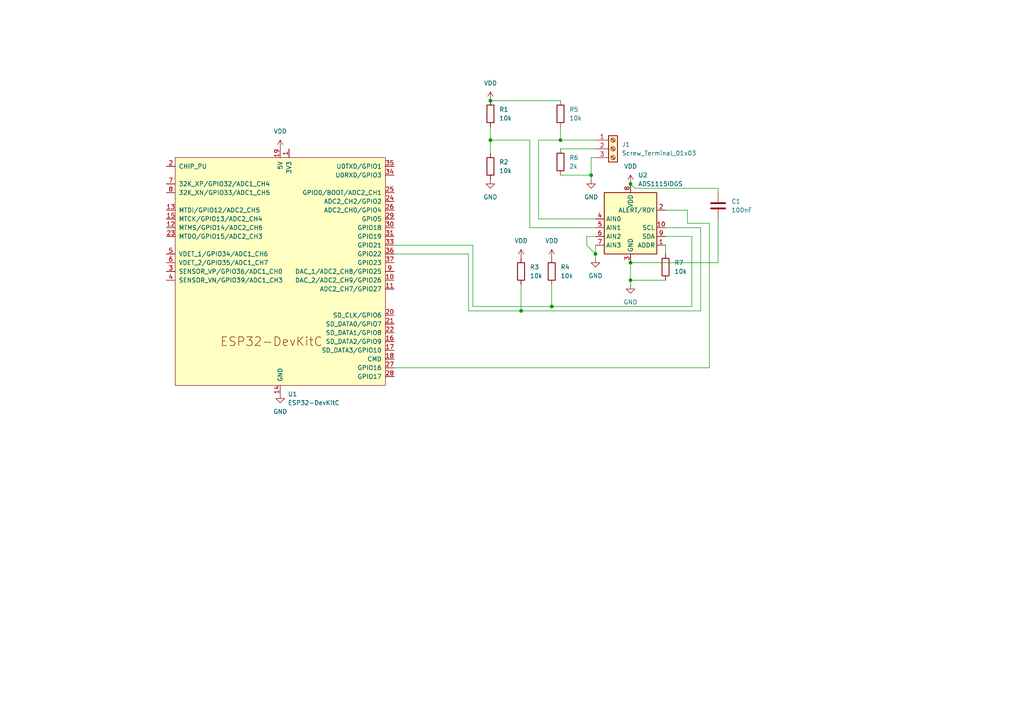
<source format=kicad_sch>
(kicad_sch (version 20230121) (generator eeschema)
  (paper "A4")
  (title_block (title "TA Transmitter für Dose") (company "Hilko ter Hell"))
  (lib_symbols
    (symbol "Analog_ADC:ADS1115IDGS"
      (property "Reference" "U" (at 2.54 13.97 0))
      (property "Value" "ADS1115IDGS" (at 7.62 11.43 0))
      (symbol "ADS1115IDGS_0_1"
        (rectangle (start -7.62 10.16) (end 7.62 -7.62) (stroke (width 0.254)) (fill (type background)))
      )
      (symbol "ADS1115IDGS_1_1"
        (pin input line (at 10.16 -5.08 180) (length 2.54) (name "ADDR") (number "1"))
        (pin input line (at 10.16 0 180) (length 2.54) (name "SCL") (number "10"))
        (pin output line (at 10.16 5.08 180) (length 2.54) (name "ALERT/RDY") (number "2"))
        (pin power_in line (at 0 -10.16 90) (length 2.54) (name "GND") (number "3"))
        (pin input line (at -10.16 2.54 0) (length 2.54) (name "AIN0") (number "4"))
        (pin input line (at -10.16 0 0) (length 2.54) (name "AIN1") (number "5"))
        (pin input line (at -10.16 -2.54 0) (length 2.54) (name "AIN2") (number "6"))
        (pin input line (at -10.16 -5.08 0) (length 2.54) (name "AIN3") (number "7"))
        (pin power_in line (at 0 12.7 270) (length 2.54) (name "VDD") (number "8"))
        (pin bidirectional line (at 10.16 -2.54 180) (length 2.54) (name "SDA") (number "9"))
      )
    )
    (symbol "Connector:Screw_Terminal_01x03" (pin_names (offset 1.016) hide)
      (property "Reference" "J" (at 0 5.08 0))
      (property "Value" "Screw_Terminal_01x03" (at 0 -5.08 0))
      (symbol "Screw_Terminal_01x03_1_1"
        (rectangle (start -1.27 3.81) (end 1.27 -3.81) (stroke (width 0.254)) (fill (type background)))
        (circle (center 0 -2.54) (radius 0.635) (stroke (width 0.1524)))
        (polyline (pts (xy -0.5334 -2.2098) (xy 0.3302 -3.048)) (stroke (width 0.1524)))
        (polyline (pts (xy -0.5334 0.3302) (xy 0.3302 -0.508)) (stroke (width 0.1524)))
        (polyline (pts (xy -0.5334 2.8702) (xy 0.3302 2.032)) (stroke (width 0.1524)))
        (polyline (pts (xy -0.3556 -2.032) (xy 0.508 -2.8702)) (stroke (width 0.1524)))
        (polyline (pts (xy -0.3556 0.508) (xy 0.508 -0.3302)) (stroke (width 0.1524)))
        (polyline (pts (xy -0.3556 3.048) (xy 0.508 2.2098)) (stroke (width 0.1524)))
        (circle (center 0 0) (radius 0.635) (stroke (width 0.1524)))
        (circle (center 0 2.54) (radius 0.635) (stroke (width 0.1524)))
        (pin passive line (at -5.08 2.54 0) (length 3.81) (name "Pin_1") (number "1"))
        (pin passive line (at -5.08 0 0) (length 3.81) (name "Pin_2") (number "2"))
        (pin passive line (at -5.08 -2.54 0) (length 3.81) (name "Pin_3") (number "3"))
      )
    )
    (symbol "Device:C" (pin_numbers hide) (pin_names (offset 0.254))
      (property "Reference" "C" (at 0.635 2.54 0))
      (property "Value" "C" (at 0.635 -2.54 0))
      (symbol "C_0_1"
        (polyline (pts (xy -2.032 -0.762) (xy 2.032 -0.762)) (stroke (width 0.508)))
        (polyline (pts (xy -2.032 0.762) (xy 2.032 0.762)) (stroke (width 0.508)))
      )
      (symbol "C_1_1"
        (pin passive line (at 0 3.81 270) (length 2.794) (name "~") (number "1"))
        (pin passive line (at 0 -3.81 90) (length 2.794) (name "~") (number "2"))
      )
    )
    (symbol "Device:R" (pin_numbers hide) (pin_names (offset 0))
      (property "Reference" "R" (at 2.032 0 90))
      (property "Value" "R" (at 0 0 90))
      (symbol "R_0_1"
        (rectangle (start -1.016 -2.54) (end 1.016 2.54) (stroke (width 0.254)))
      )
      (symbol "R_1_1"
        (pin passive line (at 0 3.81 270) (length 1.27) (name "~") (number "1"))
        (pin passive line (at 0 -3.81 90) (length 1.27) (name "~") (number "2"))
      )
    )
    (symbol "PCM_Espressif:ESP32-DevKitC" (pin_names (offset 1.016))
      (property "Reference" "U" (at -30.48 38.1 0))
      (property "Value" "ESP32-DevKitC" (at -30.48 35.56 0))
      (symbol "ESP32-DevKitC_0_0"
        (text "ESP32-DevKitC" (at -2.54 -20.32 0) (effects (font (size 2.54 2.54))))
        (pin power_in line (at 0 -35.56 90) (length 2.54) (name "GND") (number "14"))
        (pin power_in line (at 0 35.56 270) (length 2.54) (name "5V") (number "19"))
      )
      (symbol "ESP32-DevKitC_0_1"
        (rectangle (start -30.48 33.02) (end 30.48 -33.02) (fill (type background)))
      )
      (symbol "ESP32-DevKitC_1_1"
        (pin power_in line (at 2.54 35.56 270) (length 2.54) (name "3V3") (number "1"))
        (pin bidirectional line (at 33.02 -2.54 180) (length 2.54) (name "DAC_2/ADC2_CH9/GPIO26") (number "10"))
        (pin bidirectional line (at 33.02 -5.08 180) (length 2.54) (name "ADC2_CH7/GPIO27") (number "11"))
        (pin bidirectional line (at -33.02 12.7 0) (length 2.54) (name "MTMS/GPIO14/ADC2_CH6") (number "12"))
        (pin bidirectional line (at -33.02 17.78 0) (length 2.54) (name "MTDI/GPIO12/ADC2_CH5") (number "13"))
        (pin bidirectional line (at -33.02 15.24 0) (length 2.54) (name "MTCK/GPIO13/ADC2_CH4") (number "15"))
        (pin bidirectional line (at 33.02 -20.32 180) (length 2.54) (name "SD_DATA2/GPIO9") (number "16"))
        (pin bidirectional line (at 33.02 -22.86 180) (length 2.54) (name "SD_DATA3/GPIO10") (number "17"))
        (pin bidirectional line (at 33.02 -25.4 180) (length 2.54) (name "CMD") (number "18"))
        (pin input line (at -33.02 30.48 0) (length 2.54) (name "CHIP_PU") (number "2"))
        (pin bidirectional line (at 33.02 -12.7 180) (length 2.54) (name "SD_CLK/GPIO6") (number "20"))
        (pin bidirectional line (at 33.02 -15.24 180) (length 2.54) (name "SD_DATA0/GPIO7") (number "21"))
        (pin bidirectional line (at 33.02 -17.78 180) (length 2.54) (name "SD_DATA1/GPIO8") (number "22"))
        (pin bidirectional line (at -33.02 10.16 0) (length 2.54) (name "MTDO/GPIO15/ADC2_CH3") (number "23"))
        (pin bidirectional line (at 33.02 20.32 180) (length 2.54) (name "ADC2_CH2/GPIO2") (number "24"))
        (pin bidirectional line (at 33.02 22.86 180) (length 2.54) (name "GPIO0/BOOT/ADC2_CH1") (number "25"))
        (pin bidirectional line (at 33.02 17.78 180) (length 2.54) (name "ADC2_CH0/GPIO4") (number "26"))
        (pin bidirectional line (at 33.02 -27.94 180) (length 2.54) (name "GPIO16") (number "27"))
        (pin bidirectional line (at 33.02 -30.48 180) (length 2.54) (name "GPIO17") (number "28"))
        (pin bidirectional line (at 33.02 15.24 180) (length 2.54) (name "GPIO5") (number "29"))
        (pin input line (at -33.02 0 0) (length 2.54) (name "SENSOR_VP/GPIO36/ADC1_CH0") (number "3"))
        (pin bidirectional line (at 33.02 12.7 180) (length 2.54) (name "GPIO18") (number "30"))
        (pin bidirectional line (at 33.02 10.16 180) (length 2.54) (name "GPIO19") (number "31"))
        (pin passive line (at 0 -35.56 90) (length 2.54) hide (name "GND") (number "32"))
        (pin bidirectional line (at 33.02 7.62 180) (length 2.54) (name "GPIO21") (number "33"))
        (pin bidirectional line (at 33.02 27.94 180) (length 2.54) (name "U0RXD/GPIO3") (number "34"))
        (pin bidirectional line (at 33.02 30.48 180) (length 2.54) (name "U0TXD/GPIO1") (number "35"))
        (pin bidirectional line (at 33.02 5.08 180) (length 2.54) (name "GPIO22") (number "36"))
        (pin bidirectional line (at 33.02 2.54 180) (length 2.54) (name "GPIO23") (number "37"))
        (pin passive line (at 0 -35.56 90) (length 2.54) hide (name "GND") (number "38"))
        (pin input line (at -33.02 -2.54 0) (length 2.54) (name "SENSOR_VN/GPIO39/ADC1_CH3") (number "4"))
        (pin input line (at -33.02 5.08 0) (length 2.54) (name "VDET_1/GPIO34/ADC1_CH6") (number "5"))
        (pin input line (at -33.02 2.54 0) (length 2.54) (name "VDET_2/GPIO35/ADC1_CH7") (number "6"))
        (pin bidirectional line (at -33.02 25.4 0) (length 2.54) (name "32K_XP/GPIO32/ADC1_CH4") (number "7"))
        (pin bidirectional line (at -33.02 22.86 0) (length 2.54) (name "32K_XN/GPIO33/ADC1_CH5") (number "8"))
        (pin bidirectional line (at 33.02 0 180) (length 2.54) (name "DAC_1/ADC2_CH8/GPIO25") (number "9"))
      )
    )
    (symbol "power:GND" (power) (pin_names (offset 0))
      (property "Value" "GND" (at 0 -3.81 0))
      (symbol "GND_0_1"
        (polyline (pts (xy 0 0) (xy 0 -1.27) (xy 1.27 -1.27) (xy 0 -2.54) (xy -1.27 -1.27) (xy 0 -1.27)))
      )
      (symbol "GND_1_1"
        (pin power_in line (at 0 0 270) (length 0) hide (name "GND") (number "1"))
      )
    )
    (symbol "power:VDD" (power) (pin_names (offset 0))
      (property "Value" "VDD" (at 0 3.81 0))
      (symbol "VDD_0_1"
        (polyline (pts (xy -0.762 1.27) (xy 0 2.54)))
        (polyline (pts (xy 0 0) (xy 0 2.54)))
        (polyline (pts (xy 0 2.54) (xy 0.762 1.27)))
      )
      (symbol "VDD_1_1"
        (pin power_in line (at 0 0 90) (length 0) hide (name "VDD") (number "1"))
      )
    )
  )
  (junction (at 172.72 73.66))
  (junction (at 142.24 40.64))
  (junction (at 160.02 88.9))
  (junction (at 151.13 90.17))
  (junction (at 182.88 53.34))
  (junction (at 182.88 81.28))
  (junction (at 142.24 29.21))
  (junction (at 171.45 50.8))
  (junction (at 182.88 76.2))
  (junction (at 162.56 40.64))
  (wire (pts (xy 114.3 71.12) (xy 137.16 71.12)))
  (wire (pts (xy 170.18 71.12) (xy 172.72 73.66)))
  (wire (pts (xy 200.66 88.9) (xy 200.66 68.58)))
  (wire (pts (xy 170.18 68.58) (xy 170.18 71.12)))
  (wire (pts (xy 162.56 40.64) (xy 172.72 40.64)))
  (wire (pts (xy 193.04 60.96) (xy 199.39 60.96)))
  (wire (pts (xy 160.02 82.55) (xy 160.02 88.9)))
  (wire (pts (xy 171.45 45.72) (xy 171.45 50.8)))
  (wire (pts (xy 153.67 40.64) (xy 153.67 66.04)))
  (wire (pts (xy 193.04 71.12) (xy 193.04 73.66)))
  (wire (pts (xy 182.88 76.2) (xy 208.28 76.2)))
  (wire (pts (xy 172.72 71.12) (xy 172.72 73.66)))
  (wire (pts (xy 170.18 68.58) (xy 172.72 68.58)))
  (wire (pts (xy 151.13 90.17) (xy 135.89 90.17)))
  (wire (pts (xy 171.45 45.72) (xy 172.72 45.72)))
  (wire (pts (xy 182.88 81.28) (xy 193.04 81.28)))
  (wire (pts (xy 151.13 82.55) (xy 151.13 90.17)))
  (wire (pts (xy 184.15 54.61) (xy 182.88 53.34)))
  (wire (pts (xy 156.21 63.5) (xy 172.72 63.5)))
  (wire (pts (xy 135.89 73.66) (xy 135.89 90.17)))
  (wire (pts (xy 156.21 40.64) (xy 162.56 40.64)))
  (wire (pts (xy 182.88 76.2) (xy 182.88 81.28)))
  (wire (pts (xy 137.16 71.12) (xy 137.16 88.9)))
  (wire (pts (xy 200.66 68.58) (xy 193.04 68.58)))
  (wire (pts (xy 208.28 63.5) (xy 208.28 76.2)))
  (wire (pts (xy 114.3 73.66) (xy 135.89 73.66)))
  (wire (pts (xy 171.45 50.8) (xy 171.45 52.07)))
  (wire (pts (xy 203.2 90.17) (xy 151.13 90.17)))
  (wire (pts (xy 193.04 66.04) (xy 203.2 66.04)))
  (wire (pts (xy 182.88 81.28) (xy 182.88 82.55)))
  (wire (pts (xy 205.74 106.68) (xy 205.74 64.77)))
  (wire (pts (xy 208.28 54.61) (xy 208.28 55.88)))
  (wire (pts (xy 162.56 50.8) (xy 171.45 50.8)))
  (wire (pts (xy 142.24 40.64) (xy 142.24 44.45)))
  (wire (pts (xy 153.67 66.04) (xy 172.72 66.04)))
  (wire (pts (xy 160.02 88.9) (xy 200.66 88.9)))
  (wire (pts (xy 172.72 73.66) (xy 172.72 74.93)))
  (wire (pts (xy 156.21 40.64) (xy 156.21 63.5)))
  (wire (pts (xy 114.3 106.68) (xy 205.74 106.68)))
  (wire (pts (xy 208.28 54.61) (xy 184.15 54.61)))
  (wire (pts (xy 142.24 40.64) (xy 153.67 40.64)))
  (wire (pts (xy 142.24 29.21) (xy 162.56 29.21)))
  (wire (pts (xy 162.56 43.18) (xy 172.72 43.18)))
  (wire (pts (xy 199.39 64.77) (xy 199.39 60.96)))
  (wire (pts (xy 142.24 36.83) (xy 142.24 40.64)))
  (wire (pts (xy 205.74 64.77) (xy 199.39 64.77)))
  (wire (pts (xy 203.2 66.04) (xy 203.2 90.17)))
  (wire (pts (xy 162.56 36.83) (xy 162.56 40.64)))
  (wire (pts (xy 137.16 88.9) (xy 160.02 88.9)))
  (symbol (lib_id "Device:R") (at 193.04 77.47 0) (unit 1)
    (property "Reference" "R7" (at 195.58 76.2 0) (effects (justify left)))
    (property "Value" "10k" (at 195.58 78.74 0) (effects (justify left)))
    (property "Footprint" "Resistor_SMD:R_0603_1608Metric_Pad0.98x0.95mm_HandSolder" (effects hide))
  )
  (symbol (lib_id "power:GND") (at 172.72 74.93 0) (unit 1)
    (property "Reference" "#PWR011" (effects hide))
    (property "Value" "GND" (at 172.72 80.01 0))
  )
  (symbol (lib_id "Device:R") (at 151.13 78.74 0) (unit 1)
    (property "Reference" "R3" (at 153.67 77.47 0) (effects (justify left)))
    (property "Value" "10k" (at 153.67 80.01 0) (effects (justify left)))
    (property "Footprint" "Resistor_SMD:R_0603_1608Metric_Pad0.98x0.95mm_HandSolder" (effects hide))
  )
  (symbol (lib_id "power:VDD") (at 182.88 53.34 0) (unit 1)
    (property "Reference" "#PWR08" (effects hide))
    (property "Value" "VDD" (at 182.88 48.26 0))
  )
  (symbol (lib_id "Device:R") (at 162.56 46.99 0) (unit 1)
    (property "Reference" "R6" (at 165.1 45.72 0) (effects (justify left)))
    (property "Value" "2k" (at 165.1 48.26 0) (effects (justify left)))
    (property "Footprint" "Resistor_SMD:R_0603_1608Metric_Pad0.98x0.95mm_HandSolder" (effects hide))
  )
  (symbol (lib_id "PCM_Espressif:ESP32-DevKitC") (at 81.28 78.74 0) (unit 1)
    (property "Reference" "U1" (at 83.4741 114.3 0) (effects (justify left)))
    (property "Value" "ESP32-DevKitC" (at 83.4741 116.84 0) (effects (justify left)))
    (property "Footprint" "PCM_Espressif:ESP32-DevKitC" (effects hide))
    (property "Datasheet" "https://docs.espressif.com/projects/esp-idf/zh_CN/latest/esp32/hw-reference/esp32/get-started-devkitc.html" (effects hide))
  )
  (symbol (lib_id "Device:R") (at 160.02 78.74 0) (unit 1)
    (property "Reference" "R4" (at 162.56 77.47 0) (effects (justify left)))
    (property "Value" "10k" (at 162.56 80.01 0) (effects (justify left)))
    (property "Footprint" "Resistor_SMD:R_0603_1608Metric_Pad0.98x0.95mm_HandSolder" (effects hide))
  )
  (symbol (lib_id "Device:R") (at 142.24 33.02 0) (unit 1)
    (property "Reference" "R1" (at 144.78 31.75 0) (effects (justify left)))
    (property "Value" "10k" (at 144.78 34.29 0) (effects (justify left)))
    (property "Footprint" "Resistor_SMD:R_0603_1608Metric_Pad0.98x0.95mm_HandSolder" (effects hide))
  )
  (symbol (lib_id "power:VDD") (at 81.28 43.18 0) (unit 1)
    (property "Reference" "#PWR01" (effects hide))
    (property "Value" "VDD" (at 81.28 38.1 0))
  )
  (symbol (lib_id "Device:R") (at 162.56 33.02 0) (unit 1)
    (property "Reference" "R5" (at 165.1 31.75 0) (effects (justify left)))
    (property "Value" "10k" (at 165.1 34.29 0) (effects (justify left)))
    (property "Footprint" "Resistor_SMD:R_0603_1608Metric_Pad0.98x0.95mm_HandSolder" (effects hide))
  )
  (symbol (lib_id "power:VDD") (at 151.13 74.93 0) (unit 1)
    (property "Reference" "#PWR05" (effects hide))
    (property "Value" "VDD" (at 151.13 69.85 0))
  )
  (symbol (lib_id "power:VDD") (at 142.24 29.21 0) (unit 1)
    (property "Reference" "#PWR03" (effects hide))
    (property "Value" "VDD" (at 142.24 24.13 0))
  )
  (symbol (lib_id "Analog_ADC:ADS1115IDGS") (at 182.88 66.04 0) (unit 1)
    (property "Reference" "U2" (at 185.0741 50.8 0) (effects (justify left)))
    (property "Value" "ADS1115IDGS" (at 185.0741 53.34 0) (effects (justify left)))
    (property "Footprint" "Package_SO:TSSOP-10_3x3mm_P0.5mm" (effects hide))
    (property "Datasheet" "http://www.ti.com/lit/ds/symlink/ads1113.pdf" (effects hide))
  )
  (symbol (lib_id "power:GND") (at 171.45 52.07 0) (unit 1)
    (property "Reference" "#PWR07" (effects hide))
    (property "Value" "GND" (at 171.45 57.15 0))
  )
  (symbol (lib_id "Device:R") (at 142.24 48.26 0) (unit 1)
    (property "Reference" "R2" (at 144.78 46.99 0) (effects (justify left)))
    (property "Value" "10k" (at 144.78 49.53 0) (effects (justify left)))
    (property "Footprint" "Resistor_SMD:R_0603_1608Metric_Pad0.98x0.95mm_HandSolder" (effects hide))
  )
  (symbol (lib_id "power:GND") (at 182.88 82.55 0) (unit 1)
    (property "Reference" "#PWR09" (effects hide))
    (property "Value" "GND" (at 182.88 87.63 0))
  )
  (symbol (lib_id "Device:C") (at 208.28 59.69 0) (unit 1)
    (property "Reference" "C1" (at 212.09 58.42 0) (effects (justify left)))
    (property "Value" "100nF" (at 212.09 60.96 0) (effects (justify left)))
    (property "Footprint" "Capacitor_SMD:C_0603_1608Metric_Pad1.08x0.95mm_HandSolder" (effects hide))
  )
  (symbol (lib_id "power:GND") (at 142.24 52.07 0) (unit 1)
    (property "Reference" "#PWR04" (effects hide))
    (property "Value" "GND" (at 142.24 57.15 0))
  )
  (symbol (lib_id "power:VDD") (at 160.02 74.93 0) (unit 1)
    (property "Reference" "#PWR06" (effects hide))
    (property "Value" "VDD" (at 160.02 69.85 0))
  )
  (symbol (lib_id "power:GND") (at 81.28 114.3 0) (unit 1)
    (property "Reference" "#PWR02" (effects hide))
    (property "Value" "GND" (at 81.28 119.38 0))
  )
  (symbol (lib_id "Connector:Screw_Terminal_01x03") (at 177.8 43.18 0) (unit 1)
    (property "Reference" "J1" (at 180.34 41.91 0) (effects (justify left)))
    (property "Value" "Screw_Terminal_01x03" (at 180.34 44.45 0) (effects (justify left)))
    (property "Footprint" "TerminalBlock_WAGO:TerminalBlock_WAGO_236-103_1x03_P5.00mm_45Degree" (effects hide))
  )
)
</source>
